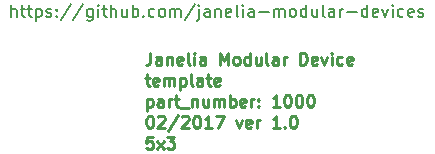
<source format=gto>
G04 #@! TF.GenerationSoftware,KiCad,Pcbnew,no-vcs-found-7602~57~ubuntu16.04.1*
G04 #@! TF.CreationDate,2017-02-08T13:19:50-05:00*
G04 #@! TF.ProjectId,template_3x2,74656D706C6174655F3578332E6B6963,1.0*
G04 #@! TF.FileFunction,Legend,Top*
G04 #@! TF.FilePolarity,Positive*
%FSLAX46Y46*%
G04 Gerber Fmt 4.6, Leading zero omitted, Abs format (unit mm)*
G04 Created by KiCad (PCBNEW no-vcs-found-7602~57~ubuntu16.04.1) date Wed Feb  8 13:19:50 2017*
%MOMM*%
%LPD*%
G01*
G04 APERTURE LIST*
%ADD10C,0.100000*%
%ADD11C,0.190500*%
%ADD12C,0.254000*%
G04 APERTURE END LIST*
D10*
D11*
X82912857Y-118569619D02*
X82912857Y-117553619D01*
X83348285Y-118569619D02*
X83348285Y-118037428D01*
X83299904Y-117940666D01*
X83203142Y-117892285D01*
X83058000Y-117892285D01*
X82961238Y-117940666D01*
X82912857Y-117989047D01*
X83686952Y-117892285D02*
X84074000Y-117892285D01*
X83832095Y-117553619D02*
X83832095Y-118424476D01*
X83880476Y-118521238D01*
X83977238Y-118569619D01*
X84074000Y-118569619D01*
X84267523Y-117892285D02*
X84654571Y-117892285D01*
X84412666Y-117553619D02*
X84412666Y-118424476D01*
X84461047Y-118521238D01*
X84557809Y-118569619D01*
X84654571Y-118569619D01*
X84993238Y-117892285D02*
X84993238Y-118908285D01*
X84993238Y-117940666D02*
X85090000Y-117892285D01*
X85283523Y-117892285D01*
X85380285Y-117940666D01*
X85428666Y-117989047D01*
X85477047Y-118085809D01*
X85477047Y-118376095D01*
X85428666Y-118472857D01*
X85380285Y-118521238D01*
X85283523Y-118569619D01*
X85090000Y-118569619D01*
X84993238Y-118521238D01*
X85864095Y-118521238D02*
X85960857Y-118569619D01*
X86154380Y-118569619D01*
X86251142Y-118521238D01*
X86299523Y-118424476D01*
X86299523Y-118376095D01*
X86251142Y-118279333D01*
X86154380Y-118230952D01*
X86009238Y-118230952D01*
X85912476Y-118182571D01*
X85864095Y-118085809D01*
X85864095Y-118037428D01*
X85912476Y-117940666D01*
X86009238Y-117892285D01*
X86154380Y-117892285D01*
X86251142Y-117940666D01*
X86734952Y-118472857D02*
X86783333Y-118521238D01*
X86734952Y-118569619D01*
X86686571Y-118521238D01*
X86734952Y-118472857D01*
X86734952Y-118569619D01*
X86734952Y-117940666D02*
X86783333Y-117989047D01*
X86734952Y-118037428D01*
X86686571Y-117989047D01*
X86734952Y-117940666D01*
X86734952Y-118037428D01*
X87944476Y-117505238D02*
X87073619Y-118811523D01*
X89008857Y-117505238D02*
X88138000Y-118811523D01*
X89782952Y-117892285D02*
X89782952Y-118714761D01*
X89734571Y-118811523D01*
X89686190Y-118859904D01*
X89589428Y-118908285D01*
X89444285Y-118908285D01*
X89347523Y-118859904D01*
X89782952Y-118521238D02*
X89686190Y-118569619D01*
X89492666Y-118569619D01*
X89395904Y-118521238D01*
X89347523Y-118472857D01*
X89299142Y-118376095D01*
X89299142Y-118085809D01*
X89347523Y-117989047D01*
X89395904Y-117940666D01*
X89492666Y-117892285D01*
X89686190Y-117892285D01*
X89782952Y-117940666D01*
X90266761Y-118569619D02*
X90266761Y-117892285D01*
X90266761Y-117553619D02*
X90218380Y-117602000D01*
X90266761Y-117650380D01*
X90315142Y-117602000D01*
X90266761Y-117553619D01*
X90266761Y-117650380D01*
X90605428Y-117892285D02*
X90992476Y-117892285D01*
X90750571Y-117553619D02*
X90750571Y-118424476D01*
X90798952Y-118521238D01*
X90895714Y-118569619D01*
X90992476Y-118569619D01*
X91331142Y-118569619D02*
X91331142Y-117553619D01*
X91766571Y-118569619D02*
X91766571Y-118037428D01*
X91718190Y-117940666D01*
X91621428Y-117892285D01*
X91476285Y-117892285D01*
X91379523Y-117940666D01*
X91331142Y-117989047D01*
X92685809Y-117892285D02*
X92685809Y-118569619D01*
X92250380Y-117892285D02*
X92250380Y-118424476D01*
X92298761Y-118521238D01*
X92395523Y-118569619D01*
X92540666Y-118569619D01*
X92637428Y-118521238D01*
X92685809Y-118472857D01*
X93169619Y-118569619D02*
X93169619Y-117553619D01*
X93169619Y-117940666D02*
X93266380Y-117892285D01*
X93459904Y-117892285D01*
X93556666Y-117940666D01*
X93605047Y-117989047D01*
X93653428Y-118085809D01*
X93653428Y-118376095D01*
X93605047Y-118472857D01*
X93556666Y-118521238D01*
X93459904Y-118569619D01*
X93266380Y-118569619D01*
X93169619Y-118521238D01*
X94088857Y-118472857D02*
X94137238Y-118521238D01*
X94088857Y-118569619D01*
X94040476Y-118521238D01*
X94088857Y-118472857D01*
X94088857Y-118569619D01*
X95008095Y-118521238D02*
X94911333Y-118569619D01*
X94717809Y-118569619D01*
X94621047Y-118521238D01*
X94572666Y-118472857D01*
X94524285Y-118376095D01*
X94524285Y-118085809D01*
X94572666Y-117989047D01*
X94621047Y-117940666D01*
X94717809Y-117892285D01*
X94911333Y-117892285D01*
X95008095Y-117940666D01*
X95588666Y-118569619D02*
X95491904Y-118521238D01*
X95443523Y-118472857D01*
X95395142Y-118376095D01*
X95395142Y-118085809D01*
X95443523Y-117989047D01*
X95491904Y-117940666D01*
X95588666Y-117892285D01*
X95733809Y-117892285D01*
X95830571Y-117940666D01*
X95878952Y-117989047D01*
X95927333Y-118085809D01*
X95927333Y-118376095D01*
X95878952Y-118472857D01*
X95830571Y-118521238D01*
X95733809Y-118569619D01*
X95588666Y-118569619D01*
X96362761Y-118569619D02*
X96362761Y-117892285D01*
X96362761Y-117989047D02*
X96411142Y-117940666D01*
X96507904Y-117892285D01*
X96653047Y-117892285D01*
X96749809Y-117940666D01*
X96798190Y-118037428D01*
X96798190Y-118569619D01*
X96798190Y-118037428D02*
X96846571Y-117940666D01*
X96943333Y-117892285D01*
X97088476Y-117892285D01*
X97185238Y-117940666D01*
X97233619Y-118037428D01*
X97233619Y-118569619D01*
X98443142Y-117505238D02*
X97572285Y-118811523D01*
X98781809Y-117892285D02*
X98781809Y-118763142D01*
X98733428Y-118859904D01*
X98636666Y-118908285D01*
X98588285Y-118908285D01*
X98781809Y-117553619D02*
X98733428Y-117602000D01*
X98781809Y-117650380D01*
X98830190Y-117602000D01*
X98781809Y-117553619D01*
X98781809Y-117650380D01*
X99701047Y-118569619D02*
X99701047Y-118037428D01*
X99652666Y-117940666D01*
X99555904Y-117892285D01*
X99362380Y-117892285D01*
X99265619Y-117940666D01*
X99701047Y-118521238D02*
X99604285Y-118569619D01*
X99362380Y-118569619D01*
X99265619Y-118521238D01*
X99217238Y-118424476D01*
X99217238Y-118327714D01*
X99265619Y-118230952D01*
X99362380Y-118182571D01*
X99604285Y-118182571D01*
X99701047Y-118134190D01*
X100184857Y-117892285D02*
X100184857Y-118569619D01*
X100184857Y-117989047D02*
X100233238Y-117940666D01*
X100330000Y-117892285D01*
X100475142Y-117892285D01*
X100571904Y-117940666D01*
X100620285Y-118037428D01*
X100620285Y-118569619D01*
X101491142Y-118521238D02*
X101394380Y-118569619D01*
X101200857Y-118569619D01*
X101104095Y-118521238D01*
X101055714Y-118424476D01*
X101055714Y-118037428D01*
X101104095Y-117940666D01*
X101200857Y-117892285D01*
X101394380Y-117892285D01*
X101491142Y-117940666D01*
X101539523Y-118037428D01*
X101539523Y-118134190D01*
X101055714Y-118230952D01*
X102120095Y-118569619D02*
X102023333Y-118521238D01*
X101974952Y-118424476D01*
X101974952Y-117553619D01*
X102507142Y-118569619D02*
X102507142Y-117892285D01*
X102507142Y-117553619D02*
X102458761Y-117602000D01*
X102507142Y-117650380D01*
X102555523Y-117602000D01*
X102507142Y-117553619D01*
X102507142Y-117650380D01*
X103426380Y-118569619D02*
X103426380Y-118037428D01*
X103378000Y-117940666D01*
X103281238Y-117892285D01*
X103087714Y-117892285D01*
X102990952Y-117940666D01*
X103426380Y-118521238D02*
X103329619Y-118569619D01*
X103087714Y-118569619D01*
X102990952Y-118521238D01*
X102942571Y-118424476D01*
X102942571Y-118327714D01*
X102990952Y-118230952D01*
X103087714Y-118182571D01*
X103329619Y-118182571D01*
X103426380Y-118134190D01*
X103910190Y-118182571D02*
X104684285Y-118182571D01*
X105168095Y-118569619D02*
X105168095Y-117892285D01*
X105168095Y-117989047D02*
X105216476Y-117940666D01*
X105313238Y-117892285D01*
X105458380Y-117892285D01*
X105555142Y-117940666D01*
X105603523Y-118037428D01*
X105603523Y-118569619D01*
X105603523Y-118037428D02*
X105651904Y-117940666D01*
X105748666Y-117892285D01*
X105893809Y-117892285D01*
X105990571Y-117940666D01*
X106038952Y-118037428D01*
X106038952Y-118569619D01*
X106667904Y-118569619D02*
X106571142Y-118521238D01*
X106522761Y-118472857D01*
X106474380Y-118376095D01*
X106474380Y-118085809D01*
X106522761Y-117989047D01*
X106571142Y-117940666D01*
X106667904Y-117892285D01*
X106813047Y-117892285D01*
X106909809Y-117940666D01*
X106958190Y-117989047D01*
X107006571Y-118085809D01*
X107006571Y-118376095D01*
X106958190Y-118472857D01*
X106909809Y-118521238D01*
X106813047Y-118569619D01*
X106667904Y-118569619D01*
X107877428Y-118569619D02*
X107877428Y-117553619D01*
X107877428Y-118521238D02*
X107780666Y-118569619D01*
X107587142Y-118569619D01*
X107490380Y-118521238D01*
X107442000Y-118472857D01*
X107393619Y-118376095D01*
X107393619Y-118085809D01*
X107442000Y-117989047D01*
X107490380Y-117940666D01*
X107587142Y-117892285D01*
X107780666Y-117892285D01*
X107877428Y-117940666D01*
X108796666Y-117892285D02*
X108796666Y-118569619D01*
X108361238Y-117892285D02*
X108361238Y-118424476D01*
X108409619Y-118521238D01*
X108506380Y-118569619D01*
X108651523Y-118569619D01*
X108748285Y-118521238D01*
X108796666Y-118472857D01*
X109425619Y-118569619D02*
X109328857Y-118521238D01*
X109280476Y-118424476D01*
X109280476Y-117553619D01*
X110248095Y-118569619D02*
X110248095Y-118037428D01*
X110199714Y-117940666D01*
X110102952Y-117892285D01*
X109909428Y-117892285D01*
X109812666Y-117940666D01*
X110248095Y-118521238D02*
X110151333Y-118569619D01*
X109909428Y-118569619D01*
X109812666Y-118521238D01*
X109764285Y-118424476D01*
X109764285Y-118327714D01*
X109812666Y-118230952D01*
X109909428Y-118182571D01*
X110151333Y-118182571D01*
X110248095Y-118134190D01*
X110731904Y-118569619D02*
X110731904Y-117892285D01*
X110731904Y-118085809D02*
X110780285Y-117989047D01*
X110828666Y-117940666D01*
X110925428Y-117892285D01*
X111022190Y-117892285D01*
X111360857Y-118182571D02*
X112134952Y-118182571D01*
X113054190Y-118569619D02*
X113054190Y-117553619D01*
X113054190Y-118521238D02*
X112957428Y-118569619D01*
X112763904Y-118569619D01*
X112667142Y-118521238D01*
X112618761Y-118472857D01*
X112570380Y-118376095D01*
X112570380Y-118085809D01*
X112618761Y-117989047D01*
X112667142Y-117940666D01*
X112763904Y-117892285D01*
X112957428Y-117892285D01*
X113054190Y-117940666D01*
X113925047Y-118521238D02*
X113828285Y-118569619D01*
X113634761Y-118569619D01*
X113538000Y-118521238D01*
X113489619Y-118424476D01*
X113489619Y-118037428D01*
X113538000Y-117940666D01*
X113634761Y-117892285D01*
X113828285Y-117892285D01*
X113925047Y-117940666D01*
X113973428Y-118037428D01*
X113973428Y-118134190D01*
X113489619Y-118230952D01*
X114312095Y-117892285D02*
X114554000Y-118569619D01*
X114795904Y-117892285D01*
X115182952Y-118569619D02*
X115182952Y-117892285D01*
X115182952Y-117553619D02*
X115134571Y-117602000D01*
X115182952Y-117650380D01*
X115231333Y-117602000D01*
X115182952Y-117553619D01*
X115182952Y-117650380D01*
X116102190Y-118521238D02*
X116005428Y-118569619D01*
X115811904Y-118569619D01*
X115715142Y-118521238D01*
X115666761Y-118472857D01*
X115618380Y-118376095D01*
X115618380Y-118085809D01*
X115666761Y-117989047D01*
X115715142Y-117940666D01*
X115811904Y-117892285D01*
X116005428Y-117892285D01*
X116102190Y-117940666D01*
X116924666Y-118521238D02*
X116827904Y-118569619D01*
X116634380Y-118569619D01*
X116537619Y-118521238D01*
X116489238Y-118424476D01*
X116489238Y-118037428D01*
X116537619Y-117940666D01*
X116634380Y-117892285D01*
X116827904Y-117892285D01*
X116924666Y-117940666D01*
X116973047Y-118037428D01*
X116973047Y-118134190D01*
X116489238Y-118230952D01*
X117360095Y-118521238D02*
X117456857Y-118569619D01*
X117650380Y-118569619D01*
X117747142Y-118521238D01*
X117795523Y-118424476D01*
X117795523Y-118376095D01*
X117747142Y-118279333D01*
X117650380Y-118230952D01*
X117505238Y-118230952D01*
X117408476Y-118182571D01*
X117360095Y-118085809D01*
X117360095Y-118037428D01*
X117408476Y-117940666D01*
X117505238Y-117892285D01*
X117650380Y-117892285D01*
X117747142Y-117940666D01*
D12*
X94677290Y-121617619D02*
X94677290Y-122343333D01*
X94628909Y-122488476D01*
X94532147Y-122585238D01*
X94387004Y-122633619D01*
X94290242Y-122633619D01*
X95596528Y-122633619D02*
X95596528Y-122101428D01*
X95548147Y-122004666D01*
X95451385Y-121956285D01*
X95257861Y-121956285D01*
X95161100Y-122004666D01*
X95596528Y-122585238D02*
X95499766Y-122633619D01*
X95257861Y-122633619D01*
X95161100Y-122585238D01*
X95112719Y-122488476D01*
X95112719Y-122391714D01*
X95161100Y-122294952D01*
X95257861Y-122246571D01*
X95499766Y-122246571D01*
X95596528Y-122198190D01*
X96080338Y-121956285D02*
X96080338Y-122633619D01*
X96080338Y-122053047D02*
X96128719Y-122004666D01*
X96225480Y-121956285D01*
X96370623Y-121956285D01*
X96467385Y-122004666D01*
X96515766Y-122101428D01*
X96515766Y-122633619D01*
X97386623Y-122585238D02*
X97289861Y-122633619D01*
X97096338Y-122633619D01*
X96999576Y-122585238D01*
X96951195Y-122488476D01*
X96951195Y-122101428D01*
X96999576Y-122004666D01*
X97096338Y-121956285D01*
X97289861Y-121956285D01*
X97386623Y-122004666D01*
X97435004Y-122101428D01*
X97435004Y-122198190D01*
X96951195Y-122294952D01*
X98015576Y-122633619D02*
X97918814Y-122585238D01*
X97870433Y-122488476D01*
X97870433Y-121617619D01*
X98402623Y-122633619D02*
X98402623Y-121956285D01*
X98402623Y-121617619D02*
X98354242Y-121666000D01*
X98402623Y-121714380D01*
X98451004Y-121666000D01*
X98402623Y-121617619D01*
X98402623Y-121714380D01*
X99321861Y-122633619D02*
X99321861Y-122101428D01*
X99273480Y-122004666D01*
X99176719Y-121956285D01*
X98983195Y-121956285D01*
X98886433Y-122004666D01*
X99321861Y-122585238D02*
X99225100Y-122633619D01*
X98983195Y-122633619D01*
X98886433Y-122585238D01*
X98838052Y-122488476D01*
X98838052Y-122391714D01*
X98886433Y-122294952D01*
X98983195Y-122246571D01*
X99225100Y-122246571D01*
X99321861Y-122198190D01*
X100579766Y-122633619D02*
X100579766Y-121617619D01*
X100918433Y-122343333D01*
X101257100Y-121617619D01*
X101257100Y-122633619D01*
X101886052Y-122633619D02*
X101789290Y-122585238D01*
X101740909Y-122536857D01*
X101692528Y-122440095D01*
X101692528Y-122149809D01*
X101740909Y-122053047D01*
X101789290Y-122004666D01*
X101886052Y-121956285D01*
X102031195Y-121956285D01*
X102127957Y-122004666D01*
X102176338Y-122053047D01*
X102224719Y-122149809D01*
X102224719Y-122440095D01*
X102176338Y-122536857D01*
X102127957Y-122585238D01*
X102031195Y-122633619D01*
X101886052Y-122633619D01*
X103095576Y-122633619D02*
X103095576Y-121617619D01*
X103095576Y-122585238D02*
X102998814Y-122633619D01*
X102805290Y-122633619D01*
X102708528Y-122585238D01*
X102660147Y-122536857D01*
X102611766Y-122440095D01*
X102611766Y-122149809D01*
X102660147Y-122053047D01*
X102708528Y-122004666D01*
X102805290Y-121956285D01*
X102998814Y-121956285D01*
X103095576Y-122004666D01*
X104014814Y-121956285D02*
X104014814Y-122633619D01*
X103579385Y-121956285D02*
X103579385Y-122488476D01*
X103627766Y-122585238D01*
X103724528Y-122633619D01*
X103869671Y-122633619D01*
X103966433Y-122585238D01*
X104014814Y-122536857D01*
X104643766Y-122633619D02*
X104547004Y-122585238D01*
X104498623Y-122488476D01*
X104498623Y-121617619D01*
X105466242Y-122633619D02*
X105466242Y-122101428D01*
X105417861Y-122004666D01*
X105321100Y-121956285D01*
X105127576Y-121956285D01*
X105030814Y-122004666D01*
X105466242Y-122585238D02*
X105369480Y-122633619D01*
X105127576Y-122633619D01*
X105030814Y-122585238D01*
X104982433Y-122488476D01*
X104982433Y-122391714D01*
X105030814Y-122294952D01*
X105127576Y-122246571D01*
X105369480Y-122246571D01*
X105466242Y-122198190D01*
X105950052Y-122633619D02*
X105950052Y-121956285D01*
X105950052Y-122149809D02*
X105998433Y-122053047D01*
X106046814Y-122004666D01*
X106143576Y-121956285D01*
X106240338Y-121956285D01*
X107353100Y-122633619D02*
X107353100Y-121617619D01*
X107595004Y-121617619D01*
X107740147Y-121666000D01*
X107836909Y-121762761D01*
X107885290Y-121859523D01*
X107933671Y-122053047D01*
X107933671Y-122198190D01*
X107885290Y-122391714D01*
X107836909Y-122488476D01*
X107740147Y-122585238D01*
X107595004Y-122633619D01*
X107353100Y-122633619D01*
X108756147Y-122585238D02*
X108659385Y-122633619D01*
X108465861Y-122633619D01*
X108369100Y-122585238D01*
X108320719Y-122488476D01*
X108320719Y-122101428D01*
X108369100Y-122004666D01*
X108465861Y-121956285D01*
X108659385Y-121956285D01*
X108756147Y-122004666D01*
X108804528Y-122101428D01*
X108804528Y-122198190D01*
X108320719Y-122294952D01*
X109143195Y-121956285D02*
X109385100Y-122633619D01*
X109627004Y-121956285D01*
X110014052Y-122633619D02*
X110014052Y-121956285D01*
X110014052Y-121617619D02*
X109965671Y-121666000D01*
X110014052Y-121714380D01*
X110062433Y-121666000D01*
X110014052Y-121617619D01*
X110014052Y-121714380D01*
X110933290Y-122585238D02*
X110836528Y-122633619D01*
X110643004Y-122633619D01*
X110546242Y-122585238D01*
X110497861Y-122536857D01*
X110449480Y-122440095D01*
X110449480Y-122149809D01*
X110497861Y-122053047D01*
X110546242Y-122004666D01*
X110643004Y-121956285D01*
X110836528Y-121956285D01*
X110933290Y-122004666D01*
X111755766Y-122585238D02*
X111659004Y-122633619D01*
X111465480Y-122633619D01*
X111368719Y-122585238D01*
X111320338Y-122488476D01*
X111320338Y-122101428D01*
X111368719Y-122004666D01*
X111465480Y-121956285D01*
X111659004Y-121956285D01*
X111755766Y-122004666D01*
X111804147Y-122101428D01*
X111804147Y-122198190D01*
X111320338Y-122294952D01*
X94241861Y-123734285D02*
X94628909Y-123734285D01*
X94387004Y-123395619D02*
X94387004Y-124266476D01*
X94435385Y-124363238D01*
X94532147Y-124411619D01*
X94628909Y-124411619D01*
X95354623Y-124363238D02*
X95257861Y-124411619D01*
X95064338Y-124411619D01*
X94967576Y-124363238D01*
X94919195Y-124266476D01*
X94919195Y-123879428D01*
X94967576Y-123782666D01*
X95064338Y-123734285D01*
X95257861Y-123734285D01*
X95354623Y-123782666D01*
X95403004Y-123879428D01*
X95403004Y-123976190D01*
X94919195Y-124072952D01*
X95838433Y-124411619D02*
X95838433Y-123734285D01*
X95838433Y-123831047D02*
X95886814Y-123782666D01*
X95983576Y-123734285D01*
X96128719Y-123734285D01*
X96225480Y-123782666D01*
X96273861Y-123879428D01*
X96273861Y-124411619D01*
X96273861Y-123879428D02*
X96322242Y-123782666D01*
X96419004Y-123734285D01*
X96564147Y-123734285D01*
X96660909Y-123782666D01*
X96709290Y-123879428D01*
X96709290Y-124411619D01*
X97193100Y-123734285D02*
X97193100Y-124750285D01*
X97193100Y-123782666D02*
X97289861Y-123734285D01*
X97483385Y-123734285D01*
X97580147Y-123782666D01*
X97628528Y-123831047D01*
X97676909Y-123927809D01*
X97676909Y-124218095D01*
X97628528Y-124314857D01*
X97580147Y-124363238D01*
X97483385Y-124411619D01*
X97289861Y-124411619D01*
X97193100Y-124363238D01*
X98257480Y-124411619D02*
X98160719Y-124363238D01*
X98112338Y-124266476D01*
X98112338Y-123395619D01*
X99079957Y-124411619D02*
X99079957Y-123879428D01*
X99031576Y-123782666D01*
X98934814Y-123734285D01*
X98741290Y-123734285D01*
X98644528Y-123782666D01*
X99079957Y-124363238D02*
X98983195Y-124411619D01*
X98741290Y-124411619D01*
X98644528Y-124363238D01*
X98596147Y-124266476D01*
X98596147Y-124169714D01*
X98644528Y-124072952D01*
X98741290Y-124024571D01*
X98983195Y-124024571D01*
X99079957Y-123976190D01*
X99418623Y-123734285D02*
X99805671Y-123734285D01*
X99563766Y-123395619D02*
X99563766Y-124266476D01*
X99612147Y-124363238D01*
X99708909Y-124411619D01*
X99805671Y-124411619D01*
X100531385Y-124363238D02*
X100434623Y-124411619D01*
X100241100Y-124411619D01*
X100144338Y-124363238D01*
X100095957Y-124266476D01*
X100095957Y-123879428D01*
X100144338Y-123782666D01*
X100241100Y-123734285D01*
X100434623Y-123734285D01*
X100531385Y-123782666D01*
X100579766Y-123879428D01*
X100579766Y-123976190D01*
X100095957Y-124072952D01*
X94387004Y-125512285D02*
X94387004Y-126528285D01*
X94387004Y-125560666D02*
X94483766Y-125512285D01*
X94677290Y-125512285D01*
X94774052Y-125560666D01*
X94822433Y-125609047D01*
X94870814Y-125705809D01*
X94870814Y-125996095D01*
X94822433Y-126092857D01*
X94774052Y-126141238D01*
X94677290Y-126189619D01*
X94483766Y-126189619D01*
X94387004Y-126141238D01*
X95741671Y-126189619D02*
X95741671Y-125657428D01*
X95693290Y-125560666D01*
X95596528Y-125512285D01*
X95403004Y-125512285D01*
X95306242Y-125560666D01*
X95741671Y-126141238D02*
X95644909Y-126189619D01*
X95403004Y-126189619D01*
X95306242Y-126141238D01*
X95257861Y-126044476D01*
X95257861Y-125947714D01*
X95306242Y-125850952D01*
X95403004Y-125802571D01*
X95644909Y-125802571D01*
X95741671Y-125754190D01*
X96225480Y-126189619D02*
X96225480Y-125512285D01*
X96225480Y-125705809D02*
X96273861Y-125609047D01*
X96322242Y-125560666D01*
X96419004Y-125512285D01*
X96515766Y-125512285D01*
X96709290Y-125512285D02*
X97096338Y-125512285D01*
X96854433Y-125173619D02*
X96854433Y-126044476D01*
X96902814Y-126141238D01*
X96999576Y-126189619D01*
X97096338Y-126189619D01*
X97193100Y-126286380D02*
X97967195Y-126286380D01*
X98209100Y-125512285D02*
X98209100Y-126189619D01*
X98209100Y-125609047D02*
X98257480Y-125560666D01*
X98354242Y-125512285D01*
X98499385Y-125512285D01*
X98596147Y-125560666D01*
X98644528Y-125657428D01*
X98644528Y-126189619D01*
X99563766Y-125512285D02*
X99563766Y-126189619D01*
X99128338Y-125512285D02*
X99128338Y-126044476D01*
X99176719Y-126141238D01*
X99273480Y-126189619D01*
X99418623Y-126189619D01*
X99515385Y-126141238D01*
X99563766Y-126092857D01*
X100047576Y-126189619D02*
X100047576Y-125512285D01*
X100047576Y-125609047D02*
X100095957Y-125560666D01*
X100192719Y-125512285D01*
X100337861Y-125512285D01*
X100434623Y-125560666D01*
X100483004Y-125657428D01*
X100483004Y-126189619D01*
X100483004Y-125657428D02*
X100531385Y-125560666D01*
X100628147Y-125512285D01*
X100773290Y-125512285D01*
X100870052Y-125560666D01*
X100918433Y-125657428D01*
X100918433Y-126189619D01*
X101402242Y-126189619D02*
X101402242Y-125173619D01*
X101402242Y-125560666D02*
X101499004Y-125512285D01*
X101692528Y-125512285D01*
X101789290Y-125560666D01*
X101837671Y-125609047D01*
X101886052Y-125705809D01*
X101886052Y-125996095D01*
X101837671Y-126092857D01*
X101789290Y-126141238D01*
X101692528Y-126189619D01*
X101499004Y-126189619D01*
X101402242Y-126141238D01*
X102708528Y-126141238D02*
X102611766Y-126189619D01*
X102418242Y-126189619D01*
X102321480Y-126141238D01*
X102273100Y-126044476D01*
X102273100Y-125657428D01*
X102321480Y-125560666D01*
X102418242Y-125512285D01*
X102611766Y-125512285D01*
X102708528Y-125560666D01*
X102756909Y-125657428D01*
X102756909Y-125754190D01*
X102273100Y-125850952D01*
X103192338Y-126189619D02*
X103192338Y-125512285D01*
X103192338Y-125705809D02*
X103240719Y-125609047D01*
X103289100Y-125560666D01*
X103385861Y-125512285D01*
X103482623Y-125512285D01*
X103821290Y-126092857D02*
X103869671Y-126141238D01*
X103821290Y-126189619D01*
X103772909Y-126141238D01*
X103821290Y-126092857D01*
X103821290Y-126189619D01*
X103821290Y-125560666D02*
X103869671Y-125609047D01*
X103821290Y-125657428D01*
X103772909Y-125609047D01*
X103821290Y-125560666D01*
X103821290Y-125657428D01*
X105611385Y-126189619D02*
X105030814Y-126189619D01*
X105321100Y-126189619D02*
X105321100Y-125173619D01*
X105224338Y-125318761D01*
X105127576Y-125415523D01*
X105030814Y-125463904D01*
X106240338Y-125173619D02*
X106337100Y-125173619D01*
X106433861Y-125222000D01*
X106482242Y-125270380D01*
X106530623Y-125367142D01*
X106579004Y-125560666D01*
X106579004Y-125802571D01*
X106530623Y-125996095D01*
X106482242Y-126092857D01*
X106433861Y-126141238D01*
X106337100Y-126189619D01*
X106240338Y-126189619D01*
X106143576Y-126141238D01*
X106095195Y-126092857D01*
X106046814Y-125996095D01*
X105998433Y-125802571D01*
X105998433Y-125560666D01*
X106046814Y-125367142D01*
X106095195Y-125270380D01*
X106143576Y-125222000D01*
X106240338Y-125173619D01*
X107207957Y-125173619D02*
X107304719Y-125173619D01*
X107401480Y-125222000D01*
X107449861Y-125270380D01*
X107498242Y-125367142D01*
X107546623Y-125560666D01*
X107546623Y-125802571D01*
X107498242Y-125996095D01*
X107449861Y-126092857D01*
X107401480Y-126141238D01*
X107304719Y-126189619D01*
X107207957Y-126189619D01*
X107111195Y-126141238D01*
X107062814Y-126092857D01*
X107014433Y-125996095D01*
X106966052Y-125802571D01*
X106966052Y-125560666D01*
X107014433Y-125367142D01*
X107062814Y-125270380D01*
X107111195Y-125222000D01*
X107207957Y-125173619D01*
X108175576Y-125173619D02*
X108272338Y-125173619D01*
X108369100Y-125222000D01*
X108417480Y-125270380D01*
X108465861Y-125367142D01*
X108514242Y-125560666D01*
X108514242Y-125802571D01*
X108465861Y-125996095D01*
X108417480Y-126092857D01*
X108369100Y-126141238D01*
X108272338Y-126189619D01*
X108175576Y-126189619D01*
X108078814Y-126141238D01*
X108030433Y-126092857D01*
X107982052Y-125996095D01*
X107933671Y-125802571D01*
X107933671Y-125560666D01*
X107982052Y-125367142D01*
X108030433Y-125270380D01*
X108078814Y-125222000D01*
X108175576Y-125173619D01*
X94580528Y-126951619D02*
X94677290Y-126951619D01*
X94774052Y-127000000D01*
X94822433Y-127048380D01*
X94870814Y-127145142D01*
X94919195Y-127338666D01*
X94919195Y-127580571D01*
X94870814Y-127774095D01*
X94822433Y-127870857D01*
X94774052Y-127919238D01*
X94677290Y-127967619D01*
X94580528Y-127967619D01*
X94483766Y-127919238D01*
X94435385Y-127870857D01*
X94387004Y-127774095D01*
X94338623Y-127580571D01*
X94338623Y-127338666D01*
X94387004Y-127145142D01*
X94435385Y-127048380D01*
X94483766Y-127000000D01*
X94580528Y-126951619D01*
X95306242Y-127048380D02*
X95354623Y-127000000D01*
X95451385Y-126951619D01*
X95693290Y-126951619D01*
X95790052Y-127000000D01*
X95838433Y-127048380D01*
X95886814Y-127145142D01*
X95886814Y-127241904D01*
X95838433Y-127387047D01*
X95257861Y-127967619D01*
X95886814Y-127967619D01*
X97047957Y-126903238D02*
X96177100Y-128209523D01*
X97338242Y-127048380D02*
X97386623Y-127000000D01*
X97483385Y-126951619D01*
X97725290Y-126951619D01*
X97822052Y-127000000D01*
X97870433Y-127048380D01*
X97918814Y-127145142D01*
X97918814Y-127241904D01*
X97870433Y-127387047D01*
X97289861Y-127967619D01*
X97918814Y-127967619D01*
X98547766Y-126951619D02*
X98644528Y-126951619D01*
X98741290Y-127000000D01*
X98789671Y-127048380D01*
X98838052Y-127145142D01*
X98886433Y-127338666D01*
X98886433Y-127580571D01*
X98838052Y-127774095D01*
X98789671Y-127870857D01*
X98741290Y-127919238D01*
X98644528Y-127967619D01*
X98547766Y-127967619D01*
X98451004Y-127919238D01*
X98402623Y-127870857D01*
X98354242Y-127774095D01*
X98305861Y-127580571D01*
X98305861Y-127338666D01*
X98354242Y-127145142D01*
X98402623Y-127048380D01*
X98451004Y-127000000D01*
X98547766Y-126951619D01*
X99854052Y-127967619D02*
X99273480Y-127967619D01*
X99563766Y-127967619D02*
X99563766Y-126951619D01*
X99467004Y-127096761D01*
X99370242Y-127193523D01*
X99273480Y-127241904D01*
X100192719Y-126951619D02*
X100870052Y-126951619D01*
X100434623Y-127967619D01*
X101934433Y-127290285D02*
X102176338Y-127967619D01*
X102418242Y-127290285D01*
X103192338Y-127919238D02*
X103095576Y-127967619D01*
X102902052Y-127967619D01*
X102805290Y-127919238D01*
X102756909Y-127822476D01*
X102756909Y-127435428D01*
X102805290Y-127338666D01*
X102902052Y-127290285D01*
X103095576Y-127290285D01*
X103192338Y-127338666D01*
X103240719Y-127435428D01*
X103240719Y-127532190D01*
X102756909Y-127628952D01*
X103676147Y-127967619D02*
X103676147Y-127290285D01*
X103676147Y-127483809D02*
X103724528Y-127387047D01*
X103772909Y-127338666D01*
X103869671Y-127290285D01*
X103966433Y-127290285D01*
X105611385Y-127967619D02*
X105030814Y-127967619D01*
X105321100Y-127967619D02*
X105321100Y-126951619D01*
X105224338Y-127096761D01*
X105127576Y-127193523D01*
X105030814Y-127241904D01*
X106046814Y-127870857D02*
X106095195Y-127919238D01*
X106046814Y-127967619D01*
X105998433Y-127919238D01*
X106046814Y-127870857D01*
X106046814Y-127967619D01*
X106724147Y-126951619D02*
X106820909Y-126951619D01*
X106917671Y-127000000D01*
X106966052Y-127048380D01*
X107014433Y-127145142D01*
X107062814Y-127338666D01*
X107062814Y-127580571D01*
X107014433Y-127774095D01*
X106966052Y-127870857D01*
X106917671Y-127919238D01*
X106820909Y-127967619D01*
X106724147Y-127967619D01*
X106627385Y-127919238D01*
X106579004Y-127870857D01*
X106530623Y-127774095D01*
X106482242Y-127580571D01*
X106482242Y-127338666D01*
X106530623Y-127145142D01*
X106579004Y-127048380D01*
X106627385Y-127000000D01*
X106724147Y-126951619D01*
X94870814Y-128729619D02*
X94387004Y-128729619D01*
X94338623Y-129213428D01*
X94387004Y-129165047D01*
X94483766Y-129116666D01*
X94725671Y-129116666D01*
X94822433Y-129165047D01*
X94870814Y-129213428D01*
X94919195Y-129310190D01*
X94919195Y-129552095D01*
X94870814Y-129648857D01*
X94822433Y-129697238D01*
X94725671Y-129745619D01*
X94483766Y-129745619D01*
X94387004Y-129697238D01*
X94338623Y-129648857D01*
X95257861Y-129745619D02*
X95790052Y-129068285D01*
X95257861Y-129068285D02*
X95790052Y-129745619D01*
X96080338Y-128729619D02*
X96709290Y-128729619D01*
X96370623Y-129116666D01*
X96515766Y-129116666D01*
X96612528Y-129165047D01*
X96660909Y-129213428D01*
X96709290Y-129310190D01*
X96709290Y-129552095D01*
X96660909Y-129648857D01*
X96612528Y-129697238D01*
X96515766Y-129745619D01*
X96225480Y-129745619D01*
X96128719Y-129697238D01*
X96080338Y-129648857D01*
%LPC*%
M02*

</source>
